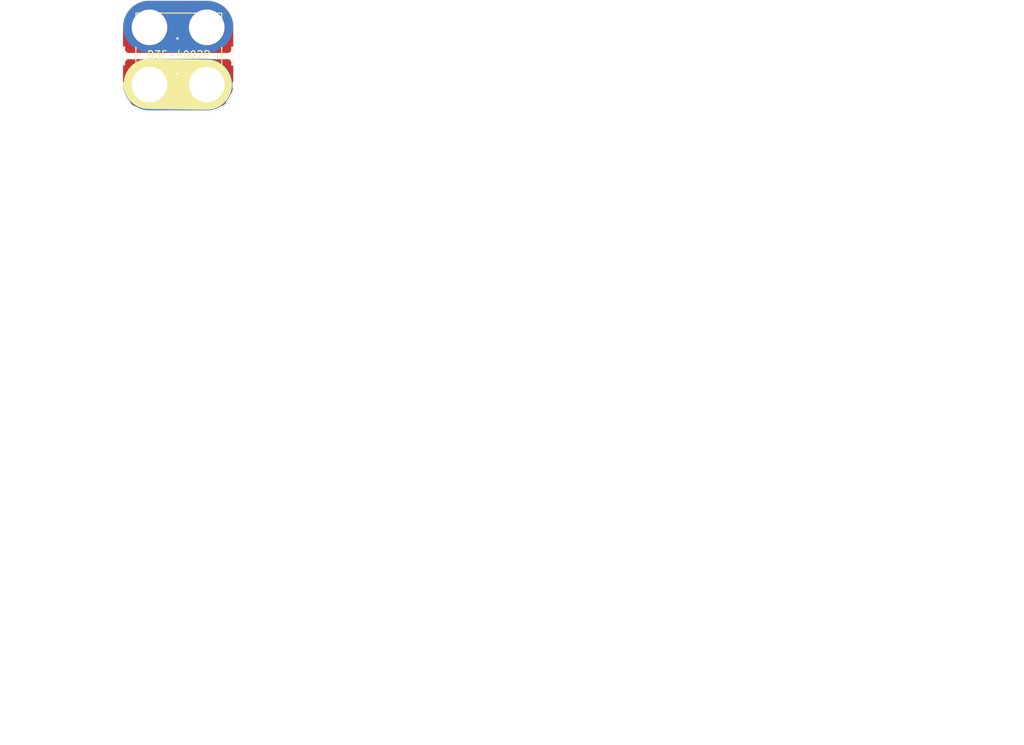
<source format=kicad_pcb>
(kicad_pcb (version 4) (host pcbnew 4.0.5-e0-6337~49~ubuntu16.04.1)

  (general
    (links 2)
    (no_connects 2)
    (area 1.8796 37.858363 144.724359 142.2654)
    (thickness 1.6)
    (drawings 1)
    (tracks 0)
    (zones 0)
    (modules 1)
    (nets 3)
  )

  (page USLetter)
  (title_block
    (title "2x2 12mm Square SMT Pushbutton Module")
    (date "29 Jan 2017")
    (rev v1.1)
    (company "CERN Open Hardware License v1.2.")
    (comment 1 help@browndoggadgets.com)
    (comment 2 http://browndoggadgets.com/)
    (comment 3 "Brown Dog Gadgets")
  )

  (layers
    (0 F.Cu signal)
    (31 B.Cu signal)
    (34 B.Paste user)
    (35 F.Paste user)
    (36 B.SilkS user)
    (37 F.SilkS user)
    (38 B.Mask user)
    (39 F.Mask user)
    (40 Dwgs.User user)
    (44 Edge.Cuts user)
    (46 B.CrtYd user)
    (47 F.CrtYd user)
    (48 B.Fab user)
    (49 F.Fab user)
  )

  (setup
    (last_trace_width 0.254)
    (user_trace_width 0.1524)
    (user_trace_width 0.254)
    (user_trace_width 0.3302)
    (user_trace_width 0.508)
    (user_trace_width 0.762)
    (user_trace_width 1.27)
    (trace_clearance 0.254)
    (zone_clearance 0.508)
    (zone_45_only no)
    (trace_min 0.1524)
    (segment_width 0.1524)
    (edge_width 0.1524)
    (via_size 0.6858)
    (via_drill 0.3302)
    (via_min_size 0.6858)
    (via_min_drill 0.3302)
    (user_via 0.6858 0.3302)
    (user_via 0.762 0.4064)
    (user_via 0.8636 0.508)
    (uvia_size 0.6858)
    (uvia_drill 0.3302)
    (uvias_allowed no)
    (uvia_min_size 0)
    (uvia_min_drill 0)
    (pcb_text_width 0.1524)
    (pcb_text_size 1.016 1.016)
    (mod_edge_width 0.1524)
    (mod_text_size 1.016 1.016)
    (mod_text_width 0.1524)
    (pad_size 1.524 1.524)
    (pad_drill 0.762)
    (pad_to_mask_clearance 0.0762)
    (solder_mask_min_width 0.1016)
    (pad_to_paste_clearance -0.0762)
    (aux_axis_origin 0 0)
    (visible_elements FFFEDF7D)
    (pcbplotparams
      (layerselection 0x310fc_80000001)
      (usegerberextensions true)
      (excludeedgelayer true)
      (linewidth 0.100000)
      (plotframeref false)
      (viasonmask false)
      (mode 1)
      (useauxorigin false)
      (hpglpennumber 1)
      (hpglpenspeed 20)
      (hpglpendiameter 15)
      (hpglpenoverlay 2)
      (psnegative false)
      (psa4output false)
      (plotreference true)
      (plotvalue true)
      (plotinvisibletext false)
      (padsonsilk false)
      (subtractmaskfromsilk false)
      (outputformat 1)
      (mirror false)
      (drillshape 0)
      (scaleselection 1)
      (outputdirectory gerbers))
  )

  (net 0 "")
  (net 1 /2)
  (net 2 /1)

  (net_class Default "This is the default net class."
    (clearance 0.254)
    (trace_width 0.254)
    (via_dia 0.6858)
    (via_drill 0.3302)
    (uvia_dia 0.6858)
    (uvia_drill 0.3302)
    (add_net /1)
    (add_net /2)
  )

  (module Crazy_Circuits:SWITCH-12mm-SQUARE-B3FS-4000-SMT-2x2 (layer F.Cu) (tedit 59298A45) (tstamp 588E793E)
    (at 22.7644 49.934)
    (descr "2x4 Pushbutton B3FS-4000 SMT")
    (tags "2x4 Pushbutton B3FS-4000 SMT")
    (path /5877E7CA)
    (fp_text reference SW1 (at 3.911 -3.7328) (layer F.Fab)
      (effects (font (size 1 1) (thickness 0.15)))
    )
    (fp_text value B3FS-4002P (at 3.6 5) (layer F.Fab) hide
      (effects (font (size 1 1) (thickness 0.15)))
    )
    (fp_arc (start 0 0) (end 2.7432 -0.0508) (angle 170.375981) (layer F.Mask) (width 0.6))
    (fp_text user B3F-4002P (at 4.1 -4.2) (layer F.SilkS)
      (effects (font (size 1 1) (thickness 0.15)))
    )
    (fp_line (start 8 0) (end -0.1 -0.1) (layer F.SilkS) (width 7))
    (fp_arc (start 0.106632 -8.00018) (end -3.693368 -7.90018) (angle 89.9) (layer Edge.Cuts) (width 0.04064))
    (fp_arc (start 0.111824 0) (end 0 3.8) (angle 88.31442243) (layer Edge.Cuts) (width 0.04064))
    (fp_arc (start 8 0) (end 11.8 -0.1) (angle 91.50743576) (layer Edge.Cuts) (width 0.04064))
    (fp_arc (start 8 -8) (end 7.9 -11.8) (angle 91.50743576) (layer Edge.Cuts) (width 0.04064))
    (fp_line (start 11.8 -8) (end 11.8 0) (layer Edge.Cuts) (width 0.04064))
    (fp_line (start 8 -11.8) (end 0 -11.8) (layer Edge.Cuts) (width 0.04064))
    (fp_line (start 8 3.8) (end 0 3.8) (layer Edge.Cuts) (width 0.04064))
    (fp_line (start -3.7 -8) (end -3.7 0) (layer Edge.Cuts) (width 0.04064))
    (fp_arc (start 0.106632 -8.00018) (end -3.693368 -7.90018) (angle 89.9) (layer F.Fab) (width 0.04064))
    (fp_arc (start 0.111824 0) (end 0 3.8) (angle 88.31442243) (layer F.Fab) (width 0.04064))
    (fp_arc (start 8 0) (end 11.8 -0.1) (angle 91.50743576) (layer F.Fab) (width 0.04064))
    (fp_arc (start 8 -8) (end 7.9 -11.8) (angle 91.50743576) (layer F.Fab) (width 0.04064))
    (fp_line (start 11.8 -8) (end 11.8 0) (layer F.Fab) (width 0.04064))
    (fp_line (start 8 -11.8) (end 0 -11.8) (layer F.Fab) (width 0.04064))
    (fp_line (start 8 3.8) (end 0 3.8) (layer F.Fab) (width 0.04064))
    (fp_line (start -3.7 -8) (end -3.7 0) (layer F.Fab) (width 0.04064))
    (fp_line (start 10.1 -5.25) (end 10.1 -5) (layer F.SilkS) (width 0.1524))
    (fp_line (start 10.1 -5) (end 10.1 -2.75) (layer F.SilkS) (width 0.1524))
    (fp_line (start 10.1 2) (end 10.1 -0.25) (layer F.SilkS) (width 0.1524))
    (fp_line (start -1.9 2) (end 10.1 2) (layer F.SilkS) (width 0.1524))
    (fp_line (start -1.9 -0.25) (end -1.9 2) (layer F.SilkS) (width 0.1524))
    (fp_line (start -1.9 -5.25) (end -1.9 -2.75) (layer F.SilkS) (width 0.1524))
    (fp_line (start -1.9 -10) (end -1.9 -7.75) (layer F.SilkS) (width 0.1524))
    (fp_line (start 10.1 -10) (end 10.1 -8) (layer F.SilkS) (width 0.1524))
    (fp_line (start -1.9 -10) (end 10.1 -10) (layer F.SilkS) (width 0.1524))
    (fp_line (start -1.9 -10) (end 10.1 -10) (layer F.Fab) (width 0.04064))
    (fp_line (start 10.1 -10) (end 10.1 2) (layer F.Fab) (width 0.04064))
    (fp_line (start 10.1 2) (end -1.9 2) (layer F.Fab) (width 0.04064))
    (fp_line (start -1.9 2) (end -1.9 -10) (layer F.Fab) (width 0.04064))
    (fp_line (start 8 0) (end 0 0) (layer B.Cu) (width 7.2))
    (fp_line (start 8 0) (end 0 0) (layer B.Mask) (width 7.2))
    (fp_line (start 10.922 -6.4516) (end 10.922 -4.9276) (layer F.Cu) (width 1))
    (fp_line (start 8.1 -8.1) (end -0.1 -8.1) (layer B.Cu) (width 7.2))
    (fp_line (start 8.1 -8.1) (end -0.1 -8.1) (layer B.Mask) (width 7.2))
    (fp_arc (start 8.0264 -0.0508) (end 10.668 0.6096) (angle 165.9637565) (layer F.Mask) (width 0.6))
    (fp_arc (start 0 -7.9756) (end -2.6416 -8.636) (angle 165.9637565) (layer F.Mask) (width 0.6))
    (fp_arc (start 7.9756 -7.9756) (end 5.2324 -7.9248) (angle 170.375981) (layer F.Mask) (width 0.6))
    (fp_line (start 10.922 -4.9276) (end -2.8956 -4.9276) (layer F.Cu) (width 1))
    (fp_line (start -2.8956 -6.4516) (end -2.8956 -4.9276) (layer F.Cu) (width 1))
    (fp_line (start -2.8956 -3.048) (end 10.922 -3.048) (layer F.Cu) (width 1))
    (fp_line (start -2.8956 -1.524) (end -2.8956 -3.048) (layer F.Cu) (width 1))
    (fp_line (start 10.922 -1.524) (end 10.922 -3.048) (layer F.Cu) (width 1))
    (fp_line (start 3.9116 -1.524) (end 3.9116 -3.048) (layer F.Cu) (width 1))
    (fp_line (start 3.9116 -4.9276) (end 3.9116 -6.4516) (layer F.Cu) (width 1))
    (fp_line (start 10.5664 -8.636) (end -2.5908 -8.636) (layer F.Cu) (width 2))
    (fp_line (start 9.8044 -10.0584) (end -1.778 -10.0584) (layer F.Cu) (width 2))
    (fp_line (start -1.778 2.032) (end 9.8044 2.032) (layer F.Cu) (width 2))
    (fp_line (start -2.54 0.6096) (end 10.6172 0.6096) (layer F.Cu) (width 2))
    (pad "" np_thru_hole circle (at 0 -8 270) (size 4.98 4.98) (drill 4.98) (layers *.Cu *.Mask))
    (pad "" np_thru_hole circle (at 8 -8 270) (size 4.98 4.98) (drill 4.98) (layers *.Cu *.Mask))
    (pad "" np_thru_hole circle (at 8 0 270) (size 4.98 4.98) (drill 4.98) (layers *.Cu *.Mask))
    (pad "" np_thru_hole circle (at 0 0 270) (size 4.98 4.98) (drill 4.98) (layers *.Cu *.Mask))
    (pad 3 smd rect (at 10.8 -6.5) (size 1.8 2.4) (layers F.Cu F.Paste F.Mask)
      (net 1 /2) (solder_mask_margin 0.0762))
    (pad 1 smd rect (at 10.8 -1.5) (size 1.8 2.3) (layers F.Cu F.Paste F.Mask)
      (net 2 /1) (solder_mask_margin 0.0762))
    (pad 4 smd rect (at -2.8 -6.5) (size 1.8 2.4) (layers F.Cu F.Paste F.Mask)
      (net 1 /2) (solder_mask_margin 0.0762))
    (pad 2 smd rect (at -2.8 -1.5) (size 1.8 2.4) (layers F.Cu F.Paste F.Mask)
      (net 2 /1) (solder_mask_margin 0.0762))
    (pad "" thru_hole circle (at 3.9116 -6.4516 270) (size 0.762 0.762) (drill 0.3302) (layers *.Cu *.Mask))
    (pad "" thru_hole circle (at 3.9116 -1.524 270) (size 0.762 0.762) (drill 0.3302) (layers *.Cu *.Mask))
  )

  (gr_text "FABRICATION NOTES\n\n1. THIS IS A 2 LAYER BOARD. \n2. EXTERNAL LAYERS SHALL HAVE 1 OZ COPPER.\n3. MATERIAL: FR4 AND 0.062 INCH +/- 10% THICK.\n4. BOARDS SHALL BE ROHS COMPLIANT. \n5. MANUFACTURE IN ACCORDANCE WITH IPC-6012 CLASS 2\n6. MASK: BOTH SIDES OF THE BOARD SHALL HAVE \n   SOLDER MASK (RED) OVER BARE COPPER. \n7. SILK: BOTH SIDES OF THE BOARD SHALL HAVE WHITE SILK. \n   DO NOT PLACE SILK OVER BARE COPPER.\n8. FINISH: ENIG.\n9. MINIMUM TRACE WIDTH - 0.006 INCH.\n   MINIMUM SPACE - 0.006 INCH.\n   MINIMUM HOLE DIA - 0.013 INCH. \n10. MAX HOLE PLACEMENT TOLERANCE OF +/- 0.003 INCH.\n11. MAX HOLE DIAMETER TOLERANCE OF +/- 0.003 INCH AFTER PLATING." (at 1.8796 107.5944) (layer Dwgs.User)
    (effects (font (size 2.54 2.54) (thickness 0.254)) (justify left))
  )

)

</source>
